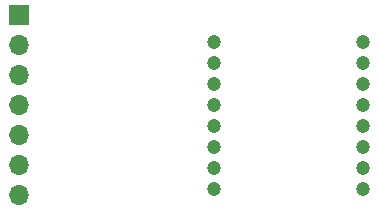
<source format=gbr>
%TF.GenerationSoftware,KiCad,Pcbnew,7.0.8*%
%TF.CreationDate,2023-12-08T10:16:49-06:00*%
%TF.ProjectId,ADNS9800,41444e53-3938-4303-902e-6b696361645f,rev?*%
%TF.SameCoordinates,Original*%
%TF.FileFunction,Soldermask,Bot*%
%TF.FilePolarity,Negative*%
%FSLAX46Y46*%
G04 Gerber Fmt 4.6, Leading zero omitted, Abs format (unit mm)*
G04 Created by KiCad (PCBNEW 7.0.8) date 2023-12-08 10:16:49*
%MOMM*%
%LPD*%
G01*
G04 APERTURE LIST*
%ADD10C,1.200000*%
%ADD11R,1.700000X1.700000*%
%ADD12O,1.700000X1.700000*%
G04 APERTURE END LIST*
D10*
%TO.C,U1*%
X142250000Y-79915000D03*
X142250000Y-81695000D03*
X142250000Y-83475000D03*
X142250000Y-85255000D03*
X142250000Y-87035000D03*
X142250000Y-88815000D03*
X142250000Y-90595000D03*
X142250000Y-92375000D03*
X154850000Y-92375000D03*
X154850000Y-90595000D03*
X154850000Y-88815000D03*
X154850000Y-87035000D03*
X154850000Y-85255000D03*
X154850000Y-83475000D03*
X154850000Y-81695000D03*
X154850000Y-79915000D03*
%TD*%
D11*
%TO.C,J1*%
X125750000Y-77630000D03*
D12*
X125750000Y-80170000D03*
X125750000Y-82710000D03*
X125750000Y-85250000D03*
X125750000Y-87790000D03*
X125750000Y-90330000D03*
X125750000Y-92870000D03*
%TD*%
M02*

</source>
